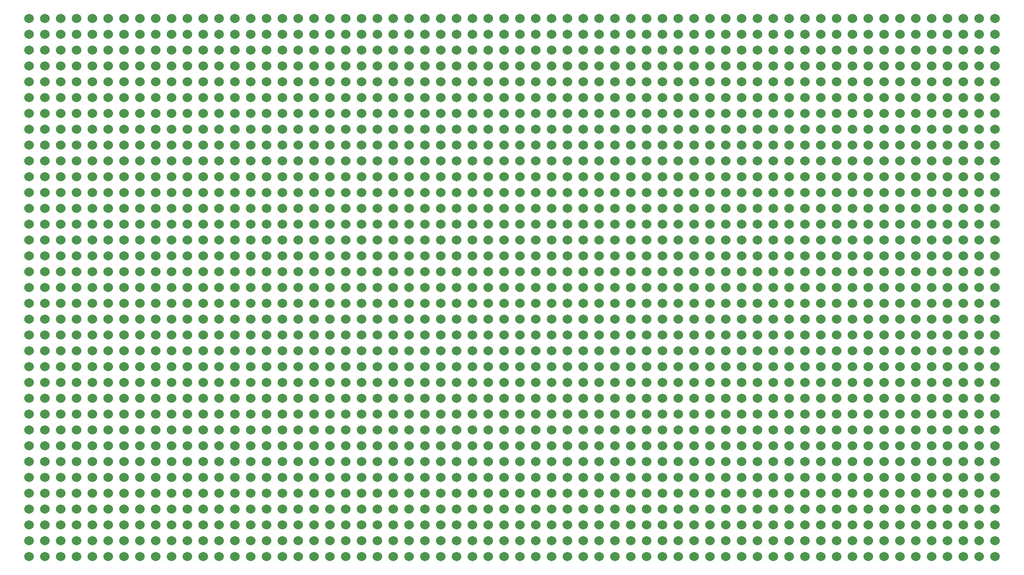
<source format=gbr>
%TF.GenerationSoftware,KiCad,Pcbnew,5.1.5-1.fc31*%
%TF.CreationDate,2020-02-21T03:24:36+01:00*%
%TF.ProjectId,board-35x62-2.54mm,626f6172-642d-4333-9578-36322d322e35,1.0*%
%TF.SameCoordinates,PX37b6b20PY8404630*%
%TF.FileFunction,Copper,L2,Bot*%
%TF.FilePolarity,Positive*%
%FSLAX46Y46*%
G04 Gerber Fmt 4.6, Leading zero omitted, Abs format (unit mm)*
G04 Created by KiCad (PCBNEW 5.1.5-1.fc31) date 2020-02-21 03:24:36*
%MOMM*%
%LPD*%
G04 APERTURE LIST*
%ADD10C,1.524000*%
G04 APERTURE END LIST*
D10*
X157480000Y7620000D03*
X157480000Y10160000D03*
X157480000Y12700000D03*
X157480000Y15240000D03*
X157480000Y17780000D03*
X157480000Y20320000D03*
X157480000Y22860000D03*
X157480000Y25400000D03*
X157480000Y27940000D03*
X157480000Y30480000D03*
X157480000Y33020000D03*
X157480000Y35560000D03*
X157480000Y38100000D03*
X157480000Y40640000D03*
X157480000Y43180000D03*
X157480000Y45720000D03*
X157480000Y48260000D03*
X157480000Y50800000D03*
X157480000Y53340000D03*
X157480000Y55880000D03*
X157480000Y58420000D03*
X157480000Y60960000D03*
X157480000Y63500000D03*
X157480000Y66040000D03*
X157480000Y68580000D03*
X157480000Y71120000D03*
X157480000Y73660000D03*
X157480000Y76200000D03*
X157480000Y78740000D03*
X157480000Y81280000D03*
X157480000Y83820000D03*
X157480000Y86360000D03*
X157480000Y88900000D03*
X157480000Y91440000D03*
X157480000Y93980000D03*
X154940000Y7620000D03*
X154940000Y10160000D03*
X154940000Y12700000D03*
X154940000Y15240000D03*
X154940000Y17780000D03*
X154940000Y20320000D03*
X154940000Y22860000D03*
X154940000Y25400000D03*
X154940000Y27940000D03*
X154940000Y30480000D03*
X154940000Y33020000D03*
X154940000Y35560000D03*
X154940000Y38100000D03*
X154940000Y40640000D03*
X154940000Y43180000D03*
X154940000Y45720000D03*
X154940000Y48260000D03*
X154940000Y50800000D03*
X154940000Y53340000D03*
X154940000Y55880000D03*
X154940000Y58420000D03*
X154940000Y60960000D03*
X154940000Y63500000D03*
X154940000Y66040000D03*
X154940000Y68580000D03*
X154940000Y71120000D03*
X154940000Y73660000D03*
X154940000Y76200000D03*
X154940000Y78740000D03*
X154940000Y81280000D03*
X154940000Y83820000D03*
X154940000Y86360000D03*
X154940000Y88900000D03*
X154940000Y91440000D03*
X154940000Y93980000D03*
X152400000Y7620000D03*
X152400000Y10160000D03*
X152400000Y12700000D03*
X152400000Y15240000D03*
X152400000Y17780000D03*
X152400000Y20320000D03*
X152400000Y22860000D03*
X152400000Y25400000D03*
X152400000Y27940000D03*
X152400000Y30480000D03*
X152400000Y33020000D03*
X152400000Y35560000D03*
X152400000Y38100000D03*
X152400000Y40640000D03*
X152400000Y43180000D03*
X152400000Y45720000D03*
X152400000Y48260000D03*
X152400000Y50800000D03*
X152400000Y53340000D03*
X152400000Y55880000D03*
X152400000Y58420000D03*
X152400000Y60960000D03*
X152400000Y63500000D03*
X152400000Y66040000D03*
X152400000Y68580000D03*
X152400000Y71120000D03*
X152400000Y73660000D03*
X152400000Y76200000D03*
X152400000Y78740000D03*
X152400000Y81280000D03*
X152400000Y83820000D03*
X152400000Y86360000D03*
X152400000Y88900000D03*
X152400000Y91440000D03*
X152400000Y93980000D03*
X149860000Y7620000D03*
X149860000Y10160000D03*
X149860000Y12700000D03*
X149860000Y15240000D03*
X149860000Y17780000D03*
X149860000Y20320000D03*
X149860000Y22860000D03*
X149860000Y25400000D03*
X149860000Y27940000D03*
X149860000Y30480000D03*
X149860000Y33020000D03*
X149860000Y35560000D03*
X149860000Y38100000D03*
X149860000Y40640000D03*
X149860000Y43180000D03*
X149860000Y45720000D03*
X149860000Y48260000D03*
X149860000Y50800000D03*
X149860000Y53340000D03*
X149860000Y55880000D03*
X149860000Y58420000D03*
X149860000Y60960000D03*
X149860000Y63500000D03*
X149860000Y66040000D03*
X149860000Y68580000D03*
X149860000Y71120000D03*
X149860000Y73660000D03*
X149860000Y76200000D03*
X149860000Y78740000D03*
X149860000Y81280000D03*
X149860000Y83820000D03*
X149860000Y86360000D03*
X149860000Y88900000D03*
X149860000Y91440000D03*
X149860000Y93980000D03*
X147320000Y7620000D03*
X147320000Y10160000D03*
X147320000Y12700000D03*
X147320000Y15240000D03*
X147320000Y17780000D03*
X147320000Y20320000D03*
X147320000Y22860000D03*
X147320000Y25400000D03*
X147320000Y27940000D03*
X147320000Y30480000D03*
X147320000Y33020000D03*
X147320000Y35560000D03*
X147320000Y38100000D03*
X147320000Y40640000D03*
X147320000Y43180000D03*
X147320000Y45720000D03*
X147320000Y48260000D03*
X147320000Y50800000D03*
X147320000Y53340000D03*
X147320000Y55880000D03*
X147320000Y58420000D03*
X147320000Y60960000D03*
X147320000Y63500000D03*
X147320000Y66040000D03*
X147320000Y68580000D03*
X147320000Y71120000D03*
X147320000Y73660000D03*
X147320000Y76200000D03*
X147320000Y78740000D03*
X147320000Y81280000D03*
X147320000Y83820000D03*
X147320000Y86360000D03*
X147320000Y88900000D03*
X147320000Y91440000D03*
X147320000Y93980000D03*
X144780000Y7620000D03*
X144780000Y10160000D03*
X144780000Y12700000D03*
X144780000Y15240000D03*
X144780000Y17780000D03*
X144780000Y20320000D03*
X144780000Y22860000D03*
X144780000Y25400000D03*
X144780000Y27940000D03*
X144780000Y30480000D03*
X144780000Y33020000D03*
X144780000Y35560000D03*
X144780000Y38100000D03*
X144780000Y40640000D03*
X144780000Y43180000D03*
X144780000Y45720000D03*
X144780000Y48260000D03*
X144780000Y50800000D03*
X144780000Y53340000D03*
X144780000Y55880000D03*
X144780000Y58420000D03*
X144780000Y60960000D03*
X144780000Y63500000D03*
X144780000Y66040000D03*
X144780000Y68580000D03*
X144780000Y71120000D03*
X144780000Y73660000D03*
X144780000Y76200000D03*
X144780000Y78740000D03*
X144780000Y81280000D03*
X144780000Y83820000D03*
X144780000Y86360000D03*
X144780000Y88900000D03*
X144780000Y91440000D03*
X144780000Y93980000D03*
X142240000Y7620000D03*
X142240000Y10160000D03*
X142240000Y12700000D03*
X142240000Y15240000D03*
X142240000Y17780000D03*
X142240000Y20320000D03*
X142240000Y22860000D03*
X142240000Y25400000D03*
X142240000Y27940000D03*
X142240000Y30480000D03*
X142240000Y33020000D03*
X142240000Y35560000D03*
X142240000Y38100000D03*
X142240000Y40640000D03*
X142240000Y43180000D03*
X142240000Y45720000D03*
X142240000Y48260000D03*
X142240000Y50800000D03*
X142240000Y53340000D03*
X142240000Y55880000D03*
X142240000Y58420000D03*
X142240000Y60960000D03*
X142240000Y63500000D03*
X142240000Y66040000D03*
X142240000Y68580000D03*
X142240000Y71120000D03*
X142240000Y73660000D03*
X142240000Y76200000D03*
X142240000Y78740000D03*
X142240000Y81280000D03*
X142240000Y83820000D03*
X142240000Y86360000D03*
X142240000Y88900000D03*
X142240000Y91440000D03*
X142240000Y93980000D03*
X139700000Y7620000D03*
X139700000Y10160000D03*
X139700000Y12700000D03*
X139700000Y15240000D03*
X139700000Y17780000D03*
X139700000Y20320000D03*
X139700000Y22860000D03*
X139700000Y25400000D03*
X139700000Y27940000D03*
X139700000Y30480000D03*
X139700000Y33020000D03*
X139700000Y35560000D03*
X139700000Y38100000D03*
X139700000Y40640000D03*
X139700000Y43180000D03*
X139700000Y45720000D03*
X139700000Y48260000D03*
X139700000Y50800000D03*
X139700000Y53340000D03*
X139700000Y55880000D03*
X139700000Y58420000D03*
X139700000Y60960000D03*
X139700000Y63500000D03*
X139700000Y66040000D03*
X139700000Y68580000D03*
X139700000Y71120000D03*
X139700000Y73660000D03*
X139700000Y76200000D03*
X139700000Y78740000D03*
X139700000Y81280000D03*
X139700000Y83820000D03*
X139700000Y86360000D03*
X139700000Y88900000D03*
X139700000Y91440000D03*
X139700000Y93980000D03*
X137160000Y7620000D03*
X137160000Y10160000D03*
X137160000Y12700000D03*
X137160000Y15240000D03*
X137160000Y17780000D03*
X137160000Y20320000D03*
X137160000Y22860000D03*
X137160000Y25400000D03*
X137160000Y27940000D03*
X137160000Y30480000D03*
X137160000Y33020000D03*
X137160000Y35560000D03*
X137160000Y38100000D03*
X137160000Y40640000D03*
X137160000Y43180000D03*
X137160000Y45720000D03*
X137160000Y48260000D03*
X137160000Y50800000D03*
X137160000Y53340000D03*
X137160000Y55880000D03*
X137160000Y58420000D03*
X137160000Y60960000D03*
X137160000Y63500000D03*
X137160000Y66040000D03*
X137160000Y68580000D03*
X137160000Y71120000D03*
X137160000Y73660000D03*
X137160000Y76200000D03*
X137160000Y78740000D03*
X137160000Y81280000D03*
X137160000Y83820000D03*
X137160000Y86360000D03*
X137160000Y88900000D03*
X137160000Y91440000D03*
X137160000Y93980000D03*
X134620000Y7620000D03*
X134620000Y10160000D03*
X134620000Y12700000D03*
X134620000Y15240000D03*
X134620000Y17780000D03*
X134620000Y20320000D03*
X134620000Y22860000D03*
X134620000Y25400000D03*
X134620000Y27940000D03*
X134620000Y30480000D03*
X134620000Y33020000D03*
X134620000Y35560000D03*
X134620000Y38100000D03*
X134620000Y40640000D03*
X134620000Y43180000D03*
X134620000Y45720000D03*
X134620000Y48260000D03*
X134620000Y50800000D03*
X134620000Y53340000D03*
X134620000Y55880000D03*
X134620000Y58420000D03*
X134620000Y60960000D03*
X134620000Y63500000D03*
X134620000Y66040000D03*
X134620000Y68580000D03*
X134620000Y71120000D03*
X134620000Y73660000D03*
X134620000Y76200000D03*
X134620000Y78740000D03*
X134620000Y81280000D03*
X134620000Y83820000D03*
X134620000Y86360000D03*
X134620000Y88900000D03*
X134620000Y91440000D03*
X134620000Y93980000D03*
X132080000Y7620000D03*
X132080000Y10160000D03*
X132080000Y12700000D03*
X132080000Y15240000D03*
X132080000Y17780000D03*
X132080000Y20320000D03*
X132080000Y22860000D03*
X132080000Y25400000D03*
X132080000Y27940000D03*
X132080000Y30480000D03*
X132080000Y33020000D03*
X132080000Y35560000D03*
X132080000Y38100000D03*
X132080000Y40640000D03*
X132080000Y43180000D03*
X132080000Y45720000D03*
X132080000Y48260000D03*
X132080000Y50800000D03*
X132080000Y53340000D03*
X132080000Y55880000D03*
X132080000Y58420000D03*
X132080000Y60960000D03*
X132080000Y63500000D03*
X132080000Y66040000D03*
X132080000Y68580000D03*
X132080000Y71120000D03*
X132080000Y73660000D03*
X132080000Y76200000D03*
X132080000Y78740000D03*
X132080000Y81280000D03*
X132080000Y83820000D03*
X132080000Y86360000D03*
X132080000Y88900000D03*
X132080000Y91440000D03*
X132080000Y93980000D03*
X129540000Y7620000D03*
X129540000Y10160000D03*
X129540000Y12700000D03*
X129540000Y15240000D03*
X129540000Y17780000D03*
X129540000Y20320000D03*
X129540000Y22860000D03*
X129540000Y25400000D03*
X129540000Y27940000D03*
X129540000Y30480000D03*
X129540000Y33020000D03*
X129540000Y35560000D03*
X129540000Y38100000D03*
X129540000Y40640000D03*
X129540000Y43180000D03*
X129540000Y45720000D03*
X129540000Y48260000D03*
X129540000Y50800000D03*
X129540000Y53340000D03*
X129540000Y55880000D03*
X129540000Y58420000D03*
X129540000Y60960000D03*
X129540000Y63500000D03*
X129540000Y66040000D03*
X129540000Y68580000D03*
X129540000Y71120000D03*
X129540000Y73660000D03*
X129540000Y76200000D03*
X129540000Y78740000D03*
X129540000Y81280000D03*
X129540000Y83820000D03*
X129540000Y86360000D03*
X129540000Y88900000D03*
X129540000Y91440000D03*
X129540000Y93980000D03*
X127000000Y7620000D03*
X127000000Y10160000D03*
X127000000Y12700000D03*
X127000000Y15240000D03*
X127000000Y17780000D03*
X127000000Y20320000D03*
X127000000Y22860000D03*
X127000000Y25400000D03*
X127000000Y27940000D03*
X127000000Y30480000D03*
X127000000Y33020000D03*
X127000000Y35560000D03*
X127000000Y38100000D03*
X127000000Y40640000D03*
X127000000Y43180000D03*
X127000000Y45720000D03*
X127000000Y48260000D03*
X127000000Y50800000D03*
X127000000Y53340000D03*
X127000000Y55880000D03*
X127000000Y58420000D03*
X127000000Y60960000D03*
X127000000Y63500000D03*
X127000000Y66040000D03*
X127000000Y68580000D03*
X127000000Y71120000D03*
X127000000Y73660000D03*
X127000000Y76200000D03*
X127000000Y78740000D03*
X127000000Y81280000D03*
X127000000Y83820000D03*
X127000000Y86360000D03*
X127000000Y88900000D03*
X127000000Y91440000D03*
X127000000Y93980000D03*
X124460000Y7620000D03*
X124460000Y10160000D03*
X124460000Y12700000D03*
X124460000Y15240000D03*
X124460000Y17780000D03*
X124460000Y20320000D03*
X124460000Y22860000D03*
X124460000Y25400000D03*
X124460000Y27940000D03*
X124460000Y30480000D03*
X124460000Y33020000D03*
X124460000Y35560000D03*
X124460000Y38100000D03*
X124460000Y40640000D03*
X124460000Y43180000D03*
X124460000Y45720000D03*
X124460000Y48260000D03*
X124460000Y50800000D03*
X124460000Y53340000D03*
X124460000Y55880000D03*
X124460000Y58420000D03*
X124460000Y60960000D03*
X124460000Y63500000D03*
X124460000Y66040000D03*
X124460000Y68580000D03*
X124460000Y71120000D03*
X124460000Y73660000D03*
X124460000Y76200000D03*
X124460000Y78740000D03*
X124460000Y81280000D03*
X124460000Y83820000D03*
X124460000Y86360000D03*
X124460000Y88900000D03*
X124460000Y91440000D03*
X124460000Y93980000D03*
X121920000Y7620000D03*
X121920000Y10160000D03*
X121920000Y12700000D03*
X121920000Y15240000D03*
X121920000Y17780000D03*
X121920000Y20320000D03*
X121920000Y22860000D03*
X121920000Y25400000D03*
X121920000Y27940000D03*
X121920000Y30480000D03*
X121920000Y33020000D03*
X121920000Y35560000D03*
X121920000Y38100000D03*
X121920000Y40640000D03*
X121920000Y43180000D03*
X121920000Y45720000D03*
X121920000Y48260000D03*
X121920000Y50800000D03*
X121920000Y53340000D03*
X121920000Y55880000D03*
X121920000Y58420000D03*
X121920000Y60960000D03*
X121920000Y63500000D03*
X121920000Y66040000D03*
X121920000Y68580000D03*
X121920000Y71120000D03*
X121920000Y73660000D03*
X121920000Y76200000D03*
X121920000Y78740000D03*
X121920000Y81280000D03*
X121920000Y83820000D03*
X121920000Y86360000D03*
X121920000Y88900000D03*
X121920000Y91440000D03*
X121920000Y93980000D03*
X119380000Y7620000D03*
X119380000Y10160000D03*
X119380000Y12700000D03*
X119380000Y15240000D03*
X119380000Y17780000D03*
X119380000Y20320000D03*
X119380000Y22860000D03*
X119380000Y25400000D03*
X119380000Y27940000D03*
X119380000Y30480000D03*
X119380000Y33020000D03*
X119380000Y35560000D03*
X119380000Y38100000D03*
X119380000Y40640000D03*
X119380000Y43180000D03*
X119380000Y45720000D03*
X119380000Y48260000D03*
X119380000Y50800000D03*
X119380000Y53340000D03*
X119380000Y55880000D03*
X119380000Y58420000D03*
X119380000Y60960000D03*
X119380000Y63500000D03*
X119380000Y66040000D03*
X119380000Y68580000D03*
X119380000Y71120000D03*
X119380000Y73660000D03*
X119380000Y76200000D03*
X119380000Y78740000D03*
X119380000Y81280000D03*
X119380000Y83820000D03*
X119380000Y86360000D03*
X119380000Y88900000D03*
X119380000Y91440000D03*
X119380000Y93980000D03*
X116840000Y7620000D03*
X116840000Y10160000D03*
X116840000Y12700000D03*
X116840000Y15240000D03*
X116840000Y17780000D03*
X116840000Y20320000D03*
X116840000Y22860000D03*
X116840000Y25400000D03*
X116840000Y27940000D03*
X116840000Y30480000D03*
X116840000Y33020000D03*
X116840000Y35560000D03*
X116840000Y38100000D03*
X116840000Y40640000D03*
X116840000Y43180000D03*
X116840000Y45720000D03*
X116840000Y48260000D03*
X116840000Y50800000D03*
X116840000Y53340000D03*
X116840000Y55880000D03*
X116840000Y58420000D03*
X116840000Y60960000D03*
X116840000Y63500000D03*
X116840000Y66040000D03*
X116840000Y68580000D03*
X116840000Y71120000D03*
X116840000Y73660000D03*
X116840000Y76200000D03*
X116840000Y78740000D03*
X116840000Y81280000D03*
X116840000Y83820000D03*
X116840000Y86360000D03*
X116840000Y88900000D03*
X116840000Y91440000D03*
X116840000Y93980000D03*
X114300000Y7620000D03*
X114300000Y10160000D03*
X114300000Y12700000D03*
X114300000Y15240000D03*
X114300000Y17780000D03*
X114300000Y20320000D03*
X114300000Y22860000D03*
X114300000Y25400000D03*
X114300000Y27940000D03*
X114300000Y30480000D03*
X114300000Y33020000D03*
X114300000Y35560000D03*
X114300000Y38100000D03*
X114300000Y40640000D03*
X114300000Y43180000D03*
X114300000Y45720000D03*
X114300000Y48260000D03*
X114300000Y50800000D03*
X114300000Y53340000D03*
X114300000Y55880000D03*
X114300000Y58420000D03*
X114300000Y60960000D03*
X114300000Y63500000D03*
X114300000Y66040000D03*
X114300000Y68580000D03*
X114300000Y71120000D03*
X114300000Y73660000D03*
X114300000Y76200000D03*
X114300000Y78740000D03*
X114300000Y81280000D03*
X114300000Y83820000D03*
X114300000Y86360000D03*
X114300000Y88900000D03*
X114300000Y91440000D03*
X114300000Y93980000D03*
X111760000Y7620000D03*
X111760000Y10160000D03*
X111760000Y12700000D03*
X111760000Y15240000D03*
X111760000Y17780000D03*
X111760000Y20320000D03*
X111760000Y22860000D03*
X111760000Y25400000D03*
X111760000Y27940000D03*
X111760000Y30480000D03*
X111760000Y33020000D03*
X111760000Y35560000D03*
X111760000Y38100000D03*
X111760000Y40640000D03*
X111760000Y43180000D03*
X111760000Y45720000D03*
X111760000Y48260000D03*
X111760000Y50800000D03*
X111760000Y53340000D03*
X111760000Y55880000D03*
X111760000Y58420000D03*
X111760000Y60960000D03*
X111760000Y63500000D03*
X111760000Y66040000D03*
X111760000Y68580000D03*
X111760000Y71120000D03*
X111760000Y73660000D03*
X111760000Y76200000D03*
X111760000Y78740000D03*
X111760000Y81280000D03*
X111760000Y83820000D03*
X111760000Y86360000D03*
X111760000Y88900000D03*
X111760000Y91440000D03*
X111760000Y93980000D03*
X109220000Y7620000D03*
X109220000Y10160000D03*
X109220000Y12700000D03*
X109220000Y15240000D03*
X109220000Y17780000D03*
X109220000Y20320000D03*
X109220000Y22860000D03*
X109220000Y25400000D03*
X109220000Y27940000D03*
X109220000Y30480000D03*
X109220000Y33020000D03*
X109220000Y35560000D03*
X109220000Y38100000D03*
X109220000Y40640000D03*
X109220000Y43180000D03*
X109220000Y45720000D03*
X109220000Y48260000D03*
X109220000Y50800000D03*
X109220000Y53340000D03*
X109220000Y55880000D03*
X109220000Y58420000D03*
X109220000Y60960000D03*
X109220000Y63500000D03*
X109220000Y66040000D03*
X109220000Y68580000D03*
X109220000Y71120000D03*
X109220000Y73660000D03*
X109220000Y76200000D03*
X109220000Y78740000D03*
X109220000Y81280000D03*
X109220000Y83820000D03*
X109220000Y86360000D03*
X109220000Y88900000D03*
X109220000Y91440000D03*
X109220000Y93980000D03*
X106680000Y7620000D03*
X106680000Y10160000D03*
X106680000Y12700000D03*
X106680000Y15240000D03*
X106680000Y17780000D03*
X106680000Y20320000D03*
X106680000Y22860000D03*
X106680000Y25400000D03*
X106680000Y27940000D03*
X106680000Y30480000D03*
X106680000Y33020000D03*
X106680000Y35560000D03*
X106680000Y38100000D03*
X106680000Y40640000D03*
X106680000Y43180000D03*
X106680000Y45720000D03*
X106680000Y48260000D03*
X106680000Y50800000D03*
X106680000Y53340000D03*
X106680000Y55880000D03*
X106680000Y58420000D03*
X106680000Y60960000D03*
X106680000Y63500000D03*
X106680000Y66040000D03*
X106680000Y68580000D03*
X106680000Y71120000D03*
X106680000Y73660000D03*
X106680000Y76200000D03*
X106680000Y78740000D03*
X106680000Y81280000D03*
X106680000Y83820000D03*
X106680000Y86360000D03*
X106680000Y88900000D03*
X106680000Y91440000D03*
X106680000Y93980000D03*
X104140000Y7620000D03*
X104140000Y10160000D03*
X104140000Y12700000D03*
X104140000Y15240000D03*
X104140000Y17780000D03*
X104140000Y20320000D03*
X104140000Y22860000D03*
X104140000Y25400000D03*
X104140000Y27940000D03*
X104140000Y30480000D03*
X104140000Y33020000D03*
X104140000Y35560000D03*
X104140000Y38100000D03*
X104140000Y40640000D03*
X104140000Y43180000D03*
X104140000Y45720000D03*
X104140000Y48260000D03*
X104140000Y50800000D03*
X104140000Y53340000D03*
X104140000Y55880000D03*
X104140000Y58420000D03*
X104140000Y60960000D03*
X104140000Y63500000D03*
X104140000Y66040000D03*
X104140000Y68580000D03*
X104140000Y71120000D03*
X104140000Y73660000D03*
X104140000Y76200000D03*
X104140000Y78740000D03*
X104140000Y81280000D03*
X104140000Y83820000D03*
X104140000Y86360000D03*
X104140000Y88900000D03*
X104140000Y91440000D03*
X104140000Y93980000D03*
X101600000Y7620000D03*
X101600000Y10160000D03*
X101600000Y12700000D03*
X101600000Y15240000D03*
X101600000Y17780000D03*
X101600000Y20320000D03*
X101600000Y22860000D03*
X101600000Y25400000D03*
X101600000Y27940000D03*
X101600000Y30480000D03*
X101600000Y33020000D03*
X101600000Y35560000D03*
X101600000Y38100000D03*
X101600000Y40640000D03*
X101600000Y43180000D03*
X101600000Y45720000D03*
X101600000Y48260000D03*
X101600000Y50800000D03*
X101600000Y53340000D03*
X101600000Y55880000D03*
X101600000Y58420000D03*
X101600000Y60960000D03*
X101600000Y63500000D03*
X101600000Y66040000D03*
X101600000Y68580000D03*
X101600000Y71120000D03*
X101600000Y73660000D03*
X101600000Y76200000D03*
X101600000Y78740000D03*
X101600000Y81280000D03*
X101600000Y83820000D03*
X101600000Y86360000D03*
X101600000Y88900000D03*
X101600000Y91440000D03*
X101600000Y93980000D03*
X99060000Y7620000D03*
X99060000Y10160000D03*
X99060000Y12700000D03*
X99060000Y15240000D03*
X99060000Y17780000D03*
X99060000Y20320000D03*
X99060000Y22860000D03*
X99060000Y25400000D03*
X99060000Y27940000D03*
X99060000Y30480000D03*
X99060000Y33020000D03*
X99060000Y35560000D03*
X99060000Y38100000D03*
X99060000Y40640000D03*
X99060000Y43180000D03*
X99060000Y45720000D03*
X99060000Y48260000D03*
X99060000Y50800000D03*
X99060000Y53340000D03*
X99060000Y55880000D03*
X99060000Y58420000D03*
X99060000Y60960000D03*
X99060000Y63500000D03*
X99060000Y66040000D03*
X99060000Y68580000D03*
X99060000Y71120000D03*
X99060000Y73660000D03*
X99060000Y76200000D03*
X99060000Y78740000D03*
X99060000Y81280000D03*
X99060000Y83820000D03*
X99060000Y86360000D03*
X99060000Y88900000D03*
X99060000Y91440000D03*
X99060000Y93980000D03*
X96520000Y7620000D03*
X96520000Y10160000D03*
X96520000Y12700000D03*
X96520000Y15240000D03*
X96520000Y17780000D03*
X96520000Y20320000D03*
X96520000Y22860000D03*
X96520000Y25400000D03*
X96520000Y27940000D03*
X96520000Y30480000D03*
X96520000Y33020000D03*
X96520000Y35560000D03*
X96520000Y38100000D03*
X96520000Y40640000D03*
X96520000Y43180000D03*
X96520000Y45720000D03*
X96520000Y48260000D03*
X96520000Y50800000D03*
X96520000Y53340000D03*
X96520000Y55880000D03*
X96520000Y58420000D03*
X96520000Y60960000D03*
X96520000Y63500000D03*
X96520000Y66040000D03*
X96520000Y68580000D03*
X96520000Y71120000D03*
X96520000Y73660000D03*
X96520000Y76200000D03*
X96520000Y78740000D03*
X96520000Y81280000D03*
X96520000Y83820000D03*
X96520000Y86360000D03*
X96520000Y88900000D03*
X96520000Y91440000D03*
X96520000Y93980000D03*
X93980000Y7620000D03*
X93980000Y10160000D03*
X93980000Y12700000D03*
X93980000Y15240000D03*
X93980000Y17780000D03*
X93980000Y20320000D03*
X93980000Y22860000D03*
X93980000Y25400000D03*
X93980000Y27940000D03*
X93980000Y30480000D03*
X93980000Y33020000D03*
X93980000Y35560000D03*
X93980000Y38100000D03*
X93980000Y40640000D03*
X93980000Y43180000D03*
X93980000Y45720000D03*
X93980000Y48260000D03*
X93980000Y50800000D03*
X93980000Y53340000D03*
X93980000Y55880000D03*
X93980000Y58420000D03*
X93980000Y60960000D03*
X93980000Y63500000D03*
X93980000Y66040000D03*
X93980000Y68580000D03*
X93980000Y71120000D03*
X93980000Y73660000D03*
X93980000Y76200000D03*
X93980000Y78740000D03*
X93980000Y81280000D03*
X93980000Y83820000D03*
X93980000Y86360000D03*
X93980000Y88900000D03*
X93980000Y91440000D03*
X93980000Y93980000D03*
X91440000Y7620000D03*
X91440000Y10160000D03*
X91440000Y12700000D03*
X91440000Y15240000D03*
X91440000Y17780000D03*
X91440000Y20320000D03*
X91440000Y22860000D03*
X91440000Y25400000D03*
X91440000Y27940000D03*
X91440000Y30480000D03*
X91440000Y33020000D03*
X91440000Y35560000D03*
X91440000Y38100000D03*
X91440000Y40640000D03*
X91440000Y43180000D03*
X91440000Y45720000D03*
X91440000Y48260000D03*
X91440000Y50800000D03*
X91440000Y53340000D03*
X91440000Y55880000D03*
X91440000Y58420000D03*
X91440000Y60960000D03*
X91440000Y63500000D03*
X91440000Y66040000D03*
X91440000Y68580000D03*
X91440000Y71120000D03*
X91440000Y73660000D03*
X91440000Y76200000D03*
X91440000Y78740000D03*
X91440000Y81280000D03*
X91440000Y83820000D03*
X91440000Y86360000D03*
X91440000Y88900000D03*
X91440000Y91440000D03*
X91440000Y93980000D03*
X88900000Y7620000D03*
X88900000Y10160000D03*
X88900000Y12700000D03*
X88900000Y15240000D03*
X88900000Y17780000D03*
X88900000Y20320000D03*
X88900000Y22860000D03*
X88900000Y25400000D03*
X88900000Y27940000D03*
X88900000Y30480000D03*
X88900000Y33020000D03*
X88900000Y35560000D03*
X88900000Y38100000D03*
X88900000Y40640000D03*
X88900000Y43180000D03*
X88900000Y45720000D03*
X88900000Y48260000D03*
X88900000Y50800000D03*
X88900000Y53340000D03*
X88900000Y55880000D03*
X88900000Y58420000D03*
X88900000Y60960000D03*
X88900000Y63500000D03*
X88900000Y66040000D03*
X88900000Y68580000D03*
X88900000Y71120000D03*
X88900000Y73660000D03*
X88900000Y76200000D03*
X88900000Y78740000D03*
X88900000Y81280000D03*
X88900000Y83820000D03*
X88900000Y86360000D03*
X88900000Y88900000D03*
X88900000Y91440000D03*
X88900000Y93980000D03*
X86360000Y7620000D03*
X86360000Y10160000D03*
X86360000Y12700000D03*
X86360000Y15240000D03*
X86360000Y17780000D03*
X86360000Y20320000D03*
X86360000Y22860000D03*
X86360000Y25400000D03*
X86360000Y27940000D03*
X86360000Y30480000D03*
X86360000Y33020000D03*
X86360000Y35560000D03*
X86360000Y38100000D03*
X86360000Y40640000D03*
X86360000Y43180000D03*
X86360000Y45720000D03*
X86360000Y48260000D03*
X86360000Y50800000D03*
X86360000Y53340000D03*
X86360000Y55880000D03*
X86360000Y58420000D03*
X86360000Y60960000D03*
X86360000Y63500000D03*
X86360000Y66040000D03*
X86360000Y68580000D03*
X86360000Y71120000D03*
X86360000Y73660000D03*
X86360000Y76200000D03*
X86360000Y78740000D03*
X86360000Y81280000D03*
X86360000Y83820000D03*
X86360000Y86360000D03*
X86360000Y88900000D03*
X86360000Y91440000D03*
X86360000Y93980000D03*
X83820000Y7620000D03*
X83820000Y10160000D03*
X83820000Y12700000D03*
X83820000Y15240000D03*
X83820000Y17780000D03*
X83820000Y20320000D03*
X83820000Y22860000D03*
X83820000Y25400000D03*
X83820000Y27940000D03*
X83820000Y30480000D03*
X83820000Y33020000D03*
X83820000Y35560000D03*
X83820000Y38100000D03*
X83820000Y40640000D03*
X83820000Y43180000D03*
X83820000Y45720000D03*
X83820000Y48260000D03*
X83820000Y50800000D03*
X83820000Y53340000D03*
X83820000Y55880000D03*
X83820000Y58420000D03*
X83820000Y60960000D03*
X83820000Y63500000D03*
X83820000Y66040000D03*
X83820000Y68580000D03*
X83820000Y71120000D03*
X83820000Y73660000D03*
X83820000Y76200000D03*
X83820000Y78740000D03*
X83820000Y81280000D03*
X83820000Y83820000D03*
X83820000Y86360000D03*
X83820000Y88900000D03*
X83820000Y91440000D03*
X83820000Y93980000D03*
X81280000Y7620000D03*
X81280000Y10160000D03*
X81280000Y12700000D03*
X81280000Y15240000D03*
X81280000Y17780000D03*
X81280000Y20320000D03*
X81280000Y22860000D03*
X81280000Y25400000D03*
X81280000Y27940000D03*
X81280000Y30480000D03*
X81280000Y33020000D03*
X81280000Y35560000D03*
X81280000Y38100000D03*
X81280000Y40640000D03*
X81280000Y43180000D03*
X81280000Y45720000D03*
X81280000Y48260000D03*
X81280000Y50800000D03*
X81280000Y53340000D03*
X81280000Y55880000D03*
X81280000Y58420000D03*
X81280000Y60960000D03*
X81280000Y63500000D03*
X81280000Y66040000D03*
X81280000Y68580000D03*
X81280000Y71120000D03*
X81280000Y73660000D03*
X81280000Y76200000D03*
X81280000Y78740000D03*
X81280000Y81280000D03*
X81280000Y83820000D03*
X81280000Y86360000D03*
X81280000Y88900000D03*
X81280000Y91440000D03*
X81280000Y93980000D03*
X78740000Y7620000D03*
X78740000Y10160000D03*
X78740000Y12700000D03*
X78740000Y15240000D03*
X78740000Y17780000D03*
X78740000Y20320000D03*
X78740000Y22860000D03*
X78740000Y25400000D03*
X78740000Y27940000D03*
X78740000Y30480000D03*
X78740000Y33020000D03*
X78740000Y35560000D03*
X78740000Y38100000D03*
X78740000Y40640000D03*
X78740000Y43180000D03*
X78740000Y45720000D03*
X78740000Y48260000D03*
X78740000Y50800000D03*
X78740000Y53340000D03*
X78740000Y55880000D03*
X78740000Y58420000D03*
X78740000Y60960000D03*
X78740000Y63500000D03*
X78740000Y66040000D03*
X78740000Y68580000D03*
X78740000Y71120000D03*
X78740000Y73660000D03*
X78740000Y76200000D03*
X78740000Y78740000D03*
X78740000Y81280000D03*
X78740000Y83820000D03*
X78740000Y86360000D03*
X78740000Y88900000D03*
X78740000Y91440000D03*
X78740000Y93980000D03*
X76200000Y7620000D03*
X76200000Y10160000D03*
X76200000Y12700000D03*
X76200000Y15240000D03*
X76200000Y17780000D03*
X76200000Y20320000D03*
X76200000Y22860000D03*
X76200000Y25400000D03*
X76200000Y27940000D03*
X76200000Y30480000D03*
X76200000Y33020000D03*
X76200000Y35560000D03*
X76200000Y38100000D03*
X76200000Y40640000D03*
X76200000Y43180000D03*
X76200000Y45720000D03*
X76200000Y48260000D03*
X76200000Y50800000D03*
X76200000Y53340000D03*
X76200000Y55880000D03*
X76200000Y58420000D03*
X76200000Y60960000D03*
X76200000Y63500000D03*
X76200000Y66040000D03*
X76200000Y68580000D03*
X76200000Y71120000D03*
X76200000Y73660000D03*
X76200000Y76200000D03*
X76200000Y78740000D03*
X76200000Y81280000D03*
X76200000Y83820000D03*
X76200000Y86360000D03*
X76200000Y88900000D03*
X76200000Y91440000D03*
X76200000Y93980000D03*
X73660000Y7620000D03*
X73660000Y10160000D03*
X73660000Y12700000D03*
X73660000Y15240000D03*
X73660000Y17780000D03*
X73660000Y20320000D03*
X73660000Y22860000D03*
X73660000Y25400000D03*
X73660000Y27940000D03*
X73660000Y30480000D03*
X73660000Y33020000D03*
X73660000Y35560000D03*
X73660000Y38100000D03*
X73660000Y40640000D03*
X73660000Y43180000D03*
X73660000Y45720000D03*
X73660000Y48260000D03*
X73660000Y50800000D03*
X73660000Y53340000D03*
X73660000Y55880000D03*
X73660000Y58420000D03*
X73660000Y60960000D03*
X73660000Y63500000D03*
X73660000Y66040000D03*
X73660000Y68580000D03*
X73660000Y71120000D03*
X73660000Y73660000D03*
X73660000Y76200000D03*
X73660000Y78740000D03*
X73660000Y81280000D03*
X73660000Y83820000D03*
X73660000Y86360000D03*
X73660000Y88900000D03*
X73660000Y91440000D03*
X73660000Y93980000D03*
X71120000Y7620000D03*
X71120000Y10160000D03*
X71120000Y12700000D03*
X71120000Y15240000D03*
X71120000Y17780000D03*
X71120000Y20320000D03*
X71120000Y22860000D03*
X71120000Y25400000D03*
X71120000Y27940000D03*
X71120000Y30480000D03*
X71120000Y33020000D03*
X71120000Y35560000D03*
X71120000Y38100000D03*
X71120000Y40640000D03*
X71120000Y43180000D03*
X71120000Y45720000D03*
X71120000Y48260000D03*
X71120000Y50800000D03*
X71120000Y53340000D03*
X71120000Y55880000D03*
X71120000Y58420000D03*
X71120000Y60960000D03*
X71120000Y63500000D03*
X71120000Y66040000D03*
X71120000Y68580000D03*
X71120000Y71120000D03*
X71120000Y73660000D03*
X71120000Y76200000D03*
X71120000Y78740000D03*
X71120000Y81280000D03*
X71120000Y83820000D03*
X71120000Y86360000D03*
X71120000Y88900000D03*
X71120000Y91440000D03*
X71120000Y93980000D03*
X68580000Y7620000D03*
X68580000Y10160000D03*
X68580000Y12700000D03*
X68580000Y15240000D03*
X68580000Y17780000D03*
X68580000Y20320000D03*
X68580000Y22860000D03*
X68580000Y25400000D03*
X68580000Y27940000D03*
X68580000Y30480000D03*
X68580000Y33020000D03*
X68580000Y35560000D03*
X68580000Y38100000D03*
X68580000Y40640000D03*
X68580000Y43180000D03*
X68580000Y45720000D03*
X68580000Y48260000D03*
X68580000Y50800000D03*
X68580000Y53340000D03*
X68580000Y55880000D03*
X68580000Y58420000D03*
X68580000Y60960000D03*
X68580000Y63500000D03*
X68580000Y66040000D03*
X68580000Y68580000D03*
X68580000Y71120000D03*
X68580000Y73660000D03*
X68580000Y76200000D03*
X68580000Y78740000D03*
X68580000Y81280000D03*
X68580000Y83820000D03*
X68580000Y86360000D03*
X68580000Y88900000D03*
X68580000Y91440000D03*
X68580000Y93980000D03*
X66040000Y7620000D03*
X66040000Y10160000D03*
X66040000Y12700000D03*
X66040000Y15240000D03*
X66040000Y17780000D03*
X66040000Y20320000D03*
X66040000Y22860000D03*
X66040000Y25400000D03*
X66040000Y27940000D03*
X66040000Y30480000D03*
X66040000Y33020000D03*
X66040000Y35560000D03*
X66040000Y38100000D03*
X66040000Y40640000D03*
X66040000Y43180000D03*
X66040000Y45720000D03*
X66040000Y48260000D03*
X66040000Y50800000D03*
X66040000Y53340000D03*
X66040000Y55880000D03*
X66040000Y58420000D03*
X66040000Y60960000D03*
X66040000Y63500000D03*
X66040000Y66040000D03*
X66040000Y68580000D03*
X66040000Y71120000D03*
X66040000Y73660000D03*
X66040000Y76200000D03*
X66040000Y78740000D03*
X66040000Y81280000D03*
X66040000Y83820000D03*
X66040000Y86360000D03*
X66040000Y88900000D03*
X66040000Y91440000D03*
X66040000Y93980000D03*
X63500000Y7620000D03*
X63500000Y10160000D03*
X63500000Y12700000D03*
X63500000Y15240000D03*
X63500000Y17780000D03*
X63500000Y20320000D03*
X63500000Y22860000D03*
X63500000Y25400000D03*
X63500000Y27940000D03*
X63500000Y30480000D03*
X63500000Y33020000D03*
X63500000Y35560000D03*
X63500000Y38100000D03*
X63500000Y40640000D03*
X63500000Y43180000D03*
X63500000Y45720000D03*
X63500000Y48260000D03*
X63500000Y50800000D03*
X63500000Y53340000D03*
X63500000Y55880000D03*
X63500000Y58420000D03*
X63500000Y60960000D03*
X63500000Y63500000D03*
X63500000Y66040000D03*
X63500000Y68580000D03*
X63500000Y71120000D03*
X63500000Y73660000D03*
X63500000Y76200000D03*
X63500000Y78740000D03*
X63500000Y81280000D03*
X63500000Y83820000D03*
X63500000Y86360000D03*
X63500000Y88900000D03*
X63500000Y91440000D03*
X63500000Y93980000D03*
X60960000Y7620000D03*
X60960000Y10160000D03*
X60960000Y12700000D03*
X60960000Y15240000D03*
X60960000Y17780000D03*
X60960000Y20320000D03*
X60960000Y22860000D03*
X60960000Y25400000D03*
X60960000Y27940000D03*
X60960000Y30480000D03*
X60960000Y33020000D03*
X60960000Y35560000D03*
X60960000Y38100000D03*
X60960000Y40640000D03*
X60960000Y43180000D03*
X60960000Y45720000D03*
X60960000Y48260000D03*
X60960000Y50800000D03*
X60960000Y53340000D03*
X60960000Y55880000D03*
X60960000Y58420000D03*
X60960000Y60960000D03*
X60960000Y63500000D03*
X60960000Y66040000D03*
X60960000Y68580000D03*
X60960000Y71120000D03*
X60960000Y73660000D03*
X60960000Y76200000D03*
X60960000Y78740000D03*
X60960000Y81280000D03*
X60960000Y83820000D03*
X60960000Y86360000D03*
X60960000Y88900000D03*
X60960000Y91440000D03*
X60960000Y93980000D03*
X58420000Y7620000D03*
X58420000Y10160000D03*
X58420000Y12700000D03*
X58420000Y15240000D03*
X58420000Y17780000D03*
X58420000Y20320000D03*
X58420000Y22860000D03*
X58420000Y25400000D03*
X58420000Y27940000D03*
X58420000Y30480000D03*
X58420000Y33020000D03*
X58420000Y35560000D03*
X58420000Y38100000D03*
X58420000Y40640000D03*
X58420000Y43180000D03*
X58420000Y45720000D03*
X58420000Y48260000D03*
X58420000Y50800000D03*
X58420000Y53340000D03*
X58420000Y55880000D03*
X58420000Y58420000D03*
X58420000Y60960000D03*
X58420000Y63500000D03*
X58420000Y66040000D03*
X58420000Y68580000D03*
X58420000Y71120000D03*
X58420000Y73660000D03*
X58420000Y76200000D03*
X58420000Y78740000D03*
X58420000Y81280000D03*
X58420000Y83820000D03*
X58420000Y86360000D03*
X58420000Y88900000D03*
X58420000Y91440000D03*
X58420000Y93980000D03*
X55880000Y7620000D03*
X55880000Y10160000D03*
X55880000Y12700000D03*
X55880000Y15240000D03*
X55880000Y17780000D03*
X55880000Y20320000D03*
X55880000Y22860000D03*
X55880000Y25400000D03*
X55880000Y27940000D03*
X55880000Y30480000D03*
X55880000Y33020000D03*
X55880000Y35560000D03*
X55880000Y38100000D03*
X55880000Y40640000D03*
X55880000Y43180000D03*
X55880000Y45720000D03*
X55880000Y48260000D03*
X55880000Y50800000D03*
X55880000Y53340000D03*
X55880000Y55880000D03*
X55880000Y58420000D03*
X55880000Y60960000D03*
X55880000Y63500000D03*
X55880000Y66040000D03*
X55880000Y68580000D03*
X55880000Y71120000D03*
X55880000Y73660000D03*
X55880000Y76200000D03*
X55880000Y78740000D03*
X55880000Y81280000D03*
X55880000Y83820000D03*
X55880000Y86360000D03*
X55880000Y88900000D03*
X55880000Y91440000D03*
X55880000Y93980000D03*
X53340000Y7620000D03*
X53340000Y10160000D03*
X53340000Y12700000D03*
X53340000Y15240000D03*
X53340000Y17780000D03*
X53340000Y20320000D03*
X53340000Y22860000D03*
X53340000Y25400000D03*
X53340000Y27940000D03*
X53340000Y30480000D03*
X53340000Y33020000D03*
X53340000Y35560000D03*
X53340000Y38100000D03*
X53340000Y40640000D03*
X53340000Y43180000D03*
X53340000Y45720000D03*
X53340000Y48260000D03*
X53340000Y50800000D03*
X53340000Y53340000D03*
X53340000Y55880000D03*
X53340000Y58420000D03*
X53340000Y60960000D03*
X53340000Y63500000D03*
X53340000Y66040000D03*
X53340000Y68580000D03*
X53340000Y71120000D03*
X53340000Y73660000D03*
X53340000Y76200000D03*
X53340000Y78740000D03*
X53340000Y81280000D03*
X53340000Y83820000D03*
X53340000Y86360000D03*
X53340000Y88900000D03*
X53340000Y91440000D03*
X53340000Y93980000D03*
X50800000Y7620000D03*
X50800000Y10160000D03*
X50800000Y12700000D03*
X50800000Y15240000D03*
X50800000Y17780000D03*
X50800000Y20320000D03*
X50800000Y22860000D03*
X50800000Y25400000D03*
X50800000Y27940000D03*
X50800000Y30480000D03*
X50800000Y33020000D03*
X50800000Y35560000D03*
X50800000Y38100000D03*
X50800000Y40640000D03*
X50800000Y43180000D03*
X50800000Y45720000D03*
X50800000Y48260000D03*
X50800000Y50800000D03*
X50800000Y53340000D03*
X50800000Y55880000D03*
X50800000Y58420000D03*
X50800000Y60960000D03*
X50800000Y63500000D03*
X50800000Y66040000D03*
X50800000Y68580000D03*
X50800000Y71120000D03*
X50800000Y73660000D03*
X50800000Y76200000D03*
X50800000Y78740000D03*
X50800000Y81280000D03*
X50800000Y83820000D03*
X50800000Y86360000D03*
X50800000Y88900000D03*
X50800000Y91440000D03*
X50800000Y93980000D03*
X48260000Y7620000D03*
X48260000Y10160000D03*
X48260000Y12700000D03*
X48260000Y15240000D03*
X48260000Y17780000D03*
X48260000Y20320000D03*
X48260000Y22860000D03*
X48260000Y25400000D03*
X48260000Y27940000D03*
X48260000Y30480000D03*
X48260000Y33020000D03*
X48260000Y35560000D03*
X48260000Y38100000D03*
X48260000Y40640000D03*
X48260000Y43180000D03*
X48260000Y45720000D03*
X48260000Y48260000D03*
X48260000Y50800000D03*
X48260000Y53340000D03*
X48260000Y55880000D03*
X48260000Y58420000D03*
X48260000Y60960000D03*
X48260000Y63500000D03*
X48260000Y66040000D03*
X48260000Y68580000D03*
X48260000Y71120000D03*
X48260000Y73660000D03*
X48260000Y76200000D03*
X48260000Y78740000D03*
X48260000Y81280000D03*
X48260000Y83820000D03*
X48260000Y86360000D03*
X48260000Y88900000D03*
X48260000Y91440000D03*
X48260000Y93980000D03*
X45720000Y7620000D03*
X45720000Y10160000D03*
X45720000Y12700000D03*
X45720000Y15240000D03*
X45720000Y17780000D03*
X45720000Y20320000D03*
X45720000Y22860000D03*
X45720000Y25400000D03*
X45720000Y27940000D03*
X45720000Y30480000D03*
X45720000Y33020000D03*
X45720000Y35560000D03*
X45720000Y38100000D03*
X45720000Y40640000D03*
X45720000Y43180000D03*
X45720000Y45720000D03*
X45720000Y48260000D03*
X45720000Y50800000D03*
X45720000Y53340000D03*
X45720000Y55880000D03*
X45720000Y58420000D03*
X45720000Y60960000D03*
X45720000Y63500000D03*
X45720000Y66040000D03*
X45720000Y68580000D03*
X45720000Y71120000D03*
X45720000Y73660000D03*
X45720000Y76200000D03*
X45720000Y78740000D03*
X45720000Y81280000D03*
X45720000Y83820000D03*
X45720000Y86360000D03*
X45720000Y88900000D03*
X45720000Y91440000D03*
X45720000Y93980000D03*
X43180000Y7620000D03*
X43180000Y10160000D03*
X43180000Y12700000D03*
X43180000Y15240000D03*
X43180000Y17780000D03*
X43180000Y20320000D03*
X43180000Y22860000D03*
X43180000Y25400000D03*
X43180000Y27940000D03*
X43180000Y30480000D03*
X43180000Y33020000D03*
X43180000Y35560000D03*
X43180000Y38100000D03*
X43180000Y40640000D03*
X43180000Y43180000D03*
X43180000Y45720000D03*
X43180000Y48260000D03*
X43180000Y50800000D03*
X43180000Y53340000D03*
X43180000Y55880000D03*
X43180000Y58420000D03*
X43180000Y60960000D03*
X43180000Y63500000D03*
X43180000Y66040000D03*
X43180000Y68580000D03*
X43180000Y71120000D03*
X43180000Y73660000D03*
X43180000Y76200000D03*
X43180000Y78740000D03*
X43180000Y81280000D03*
X43180000Y83820000D03*
X43180000Y86360000D03*
X43180000Y88900000D03*
X43180000Y91440000D03*
X43180000Y93980000D03*
X40640000Y7620000D03*
X40640000Y10160000D03*
X40640000Y12700000D03*
X40640000Y15240000D03*
X40640000Y17780000D03*
X40640000Y20320000D03*
X40640000Y22860000D03*
X40640000Y25400000D03*
X40640000Y27940000D03*
X40640000Y30480000D03*
X40640000Y33020000D03*
X40640000Y35560000D03*
X40640000Y38100000D03*
X40640000Y40640000D03*
X40640000Y43180000D03*
X40640000Y45720000D03*
X40640000Y48260000D03*
X40640000Y50800000D03*
X40640000Y53340000D03*
X40640000Y55880000D03*
X40640000Y58420000D03*
X40640000Y60960000D03*
X40640000Y63500000D03*
X40640000Y66040000D03*
X40640000Y68580000D03*
X40640000Y71120000D03*
X40640000Y73660000D03*
X40640000Y76200000D03*
X40640000Y78740000D03*
X40640000Y81280000D03*
X40640000Y83820000D03*
X40640000Y86360000D03*
X40640000Y88900000D03*
X40640000Y91440000D03*
X40640000Y93980000D03*
X38100000Y7620000D03*
X38100000Y10160000D03*
X38100000Y12700000D03*
X38100000Y15240000D03*
X38100000Y17780000D03*
X38100000Y20320000D03*
X38100000Y22860000D03*
X38100000Y25400000D03*
X38100000Y27940000D03*
X38100000Y30480000D03*
X38100000Y33020000D03*
X38100000Y35560000D03*
X38100000Y38100000D03*
X38100000Y40640000D03*
X38100000Y43180000D03*
X38100000Y45720000D03*
X38100000Y48260000D03*
X38100000Y50800000D03*
X38100000Y53340000D03*
X38100000Y55880000D03*
X38100000Y58420000D03*
X38100000Y60960000D03*
X38100000Y63500000D03*
X38100000Y66040000D03*
X38100000Y68580000D03*
X38100000Y71120000D03*
X38100000Y73660000D03*
X38100000Y76200000D03*
X38100000Y78740000D03*
X38100000Y81280000D03*
X38100000Y83820000D03*
X38100000Y86360000D03*
X38100000Y88900000D03*
X38100000Y91440000D03*
X38100000Y93980000D03*
X35560000Y7620000D03*
X35560000Y10160000D03*
X35560000Y12700000D03*
X35560000Y15240000D03*
X35560000Y17780000D03*
X35560000Y20320000D03*
X35560000Y22860000D03*
X35560000Y25400000D03*
X35560000Y27940000D03*
X35560000Y30480000D03*
X35560000Y33020000D03*
X35560000Y35560000D03*
X35560000Y38100000D03*
X35560000Y40640000D03*
X35560000Y43180000D03*
X35560000Y45720000D03*
X35560000Y48260000D03*
X35560000Y50800000D03*
X35560000Y53340000D03*
X35560000Y55880000D03*
X35560000Y58420000D03*
X35560000Y60960000D03*
X35560000Y63500000D03*
X35560000Y66040000D03*
X35560000Y68580000D03*
X35560000Y71120000D03*
X35560000Y73660000D03*
X35560000Y76200000D03*
X35560000Y78740000D03*
X35560000Y81280000D03*
X35560000Y83820000D03*
X35560000Y86360000D03*
X35560000Y88900000D03*
X35560000Y91440000D03*
X35560000Y93980000D03*
X33020000Y7620000D03*
X33020000Y10160000D03*
X33020000Y12700000D03*
X33020000Y15240000D03*
X33020000Y17780000D03*
X33020000Y20320000D03*
X33020000Y22860000D03*
X33020000Y25400000D03*
X33020000Y27940000D03*
X33020000Y30480000D03*
X33020000Y33020000D03*
X33020000Y35560000D03*
X33020000Y38100000D03*
X33020000Y40640000D03*
X33020000Y43180000D03*
X33020000Y45720000D03*
X33020000Y48260000D03*
X33020000Y50800000D03*
X33020000Y53340000D03*
X33020000Y55880000D03*
X33020000Y58420000D03*
X33020000Y60960000D03*
X33020000Y63500000D03*
X33020000Y66040000D03*
X33020000Y68580000D03*
X33020000Y71120000D03*
X33020000Y73660000D03*
X33020000Y76200000D03*
X33020000Y78740000D03*
X33020000Y81280000D03*
X33020000Y83820000D03*
X33020000Y86360000D03*
X33020000Y88900000D03*
X33020000Y91440000D03*
X33020000Y93980000D03*
X30480000Y7620000D03*
X30480000Y10160000D03*
X30480000Y12700000D03*
X30480000Y15240000D03*
X30480000Y17780000D03*
X30480000Y20320000D03*
X30480000Y22860000D03*
X30480000Y25400000D03*
X30480000Y27940000D03*
X30480000Y30480000D03*
X30480000Y33020000D03*
X30480000Y35560000D03*
X30480000Y38100000D03*
X30480000Y40640000D03*
X30480000Y43180000D03*
X30480000Y45720000D03*
X30480000Y48260000D03*
X30480000Y50800000D03*
X30480000Y53340000D03*
X30480000Y55880000D03*
X30480000Y58420000D03*
X30480000Y60960000D03*
X30480000Y63500000D03*
X30480000Y66040000D03*
X30480000Y68580000D03*
X30480000Y71120000D03*
X30480000Y73660000D03*
X30480000Y76200000D03*
X30480000Y78740000D03*
X30480000Y81280000D03*
X30480000Y83820000D03*
X30480000Y86360000D03*
X30480000Y88900000D03*
X30480000Y91440000D03*
X30480000Y93980000D03*
X27940000Y7620000D03*
X27940000Y10160000D03*
X27940000Y12700000D03*
X27940000Y15240000D03*
X27940000Y17780000D03*
X27940000Y20320000D03*
X27940000Y22860000D03*
X27940000Y25400000D03*
X27940000Y27940000D03*
X27940000Y30480000D03*
X27940000Y33020000D03*
X27940000Y35560000D03*
X27940000Y38100000D03*
X27940000Y40640000D03*
X27940000Y43180000D03*
X27940000Y45720000D03*
X27940000Y48260000D03*
X27940000Y50800000D03*
X27940000Y53340000D03*
X27940000Y55880000D03*
X27940000Y58420000D03*
X27940000Y60960000D03*
X27940000Y63500000D03*
X27940000Y66040000D03*
X27940000Y68580000D03*
X27940000Y71120000D03*
X27940000Y73660000D03*
X27940000Y76200000D03*
X27940000Y78740000D03*
X27940000Y81280000D03*
X27940000Y83820000D03*
X27940000Y86360000D03*
X27940000Y88900000D03*
X27940000Y91440000D03*
X27940000Y93980000D03*
X25400000Y7620000D03*
X25400000Y10160000D03*
X25400000Y12700000D03*
X25400000Y15240000D03*
X25400000Y17780000D03*
X25400000Y20320000D03*
X25400000Y22860000D03*
X25400000Y25400000D03*
X25400000Y27940000D03*
X25400000Y30480000D03*
X25400000Y33020000D03*
X25400000Y35560000D03*
X25400000Y38100000D03*
X25400000Y40640000D03*
X25400000Y43180000D03*
X25400000Y45720000D03*
X25400000Y48260000D03*
X25400000Y50800000D03*
X25400000Y53340000D03*
X25400000Y55880000D03*
X25400000Y58420000D03*
X25400000Y60960000D03*
X25400000Y63500000D03*
X25400000Y66040000D03*
X25400000Y68580000D03*
X25400000Y71120000D03*
X25400000Y73660000D03*
X25400000Y76200000D03*
X25400000Y78740000D03*
X25400000Y81280000D03*
X25400000Y83820000D03*
X25400000Y86360000D03*
X25400000Y88900000D03*
X25400000Y91440000D03*
X25400000Y93980000D03*
X22860000Y7620000D03*
X22860000Y10160000D03*
X22860000Y12700000D03*
X22860000Y15240000D03*
X22860000Y17780000D03*
X22860000Y20320000D03*
X22860000Y22860000D03*
X22860000Y25400000D03*
X22860000Y27940000D03*
X22860000Y30480000D03*
X22860000Y33020000D03*
X22860000Y35560000D03*
X22860000Y38100000D03*
X22860000Y40640000D03*
X22860000Y43180000D03*
X22860000Y45720000D03*
X22860000Y48260000D03*
X22860000Y50800000D03*
X22860000Y53340000D03*
X22860000Y55880000D03*
X22860000Y58420000D03*
X22860000Y60960000D03*
X22860000Y63500000D03*
X22860000Y66040000D03*
X22860000Y68580000D03*
X22860000Y71120000D03*
X22860000Y73660000D03*
X22860000Y76200000D03*
X22860000Y78740000D03*
X22860000Y81280000D03*
X22860000Y83820000D03*
X22860000Y86360000D03*
X22860000Y88900000D03*
X22860000Y91440000D03*
X22860000Y93980000D03*
X20320000Y7620000D03*
X20320000Y10160000D03*
X20320000Y12700000D03*
X20320000Y15240000D03*
X20320000Y17780000D03*
X20320000Y20320000D03*
X20320000Y22860000D03*
X20320000Y25400000D03*
X20320000Y27940000D03*
X20320000Y30480000D03*
X20320000Y33020000D03*
X20320000Y35560000D03*
X20320000Y38100000D03*
X20320000Y40640000D03*
X20320000Y43180000D03*
X20320000Y45720000D03*
X20320000Y48260000D03*
X20320000Y50800000D03*
X20320000Y53340000D03*
X20320000Y55880000D03*
X20320000Y58420000D03*
X20320000Y60960000D03*
X20320000Y63500000D03*
X20320000Y66040000D03*
X20320000Y68580000D03*
X20320000Y71120000D03*
X20320000Y73660000D03*
X20320000Y76200000D03*
X20320000Y78740000D03*
X20320000Y81280000D03*
X20320000Y83820000D03*
X20320000Y86360000D03*
X20320000Y88900000D03*
X20320000Y91440000D03*
X20320000Y93980000D03*
X17780000Y7620000D03*
X17780000Y10160000D03*
X17780000Y12700000D03*
X17780000Y15240000D03*
X17780000Y17780000D03*
X17780000Y20320000D03*
X17780000Y22860000D03*
X17780000Y25400000D03*
X17780000Y27940000D03*
X17780000Y30480000D03*
X17780000Y33020000D03*
X17780000Y35560000D03*
X17780000Y38100000D03*
X17780000Y40640000D03*
X17780000Y43180000D03*
X17780000Y45720000D03*
X17780000Y48260000D03*
X17780000Y50800000D03*
X17780000Y53340000D03*
X17780000Y55880000D03*
X17780000Y58420000D03*
X17780000Y60960000D03*
X17780000Y63500000D03*
X17780000Y66040000D03*
X17780000Y68580000D03*
X17780000Y71120000D03*
X17780000Y73660000D03*
X17780000Y76200000D03*
X17780000Y78740000D03*
X17780000Y81280000D03*
X17780000Y83820000D03*
X17780000Y86360000D03*
X17780000Y88900000D03*
X17780000Y91440000D03*
X17780000Y93980000D03*
X15240000Y7620000D03*
X15240000Y10160000D03*
X15240000Y12700000D03*
X15240000Y15240000D03*
X15240000Y17780000D03*
X15240000Y20320000D03*
X15240000Y22860000D03*
X15240000Y25400000D03*
X15240000Y27940000D03*
X15240000Y30480000D03*
X15240000Y33020000D03*
X15240000Y35560000D03*
X15240000Y38100000D03*
X15240000Y40640000D03*
X15240000Y43180000D03*
X15240000Y45720000D03*
X15240000Y48260000D03*
X15240000Y50800000D03*
X15240000Y53340000D03*
X15240000Y55880000D03*
X15240000Y58420000D03*
X15240000Y60960000D03*
X15240000Y63500000D03*
X15240000Y66040000D03*
X15240000Y68580000D03*
X15240000Y71120000D03*
X15240000Y73660000D03*
X15240000Y76200000D03*
X15240000Y78740000D03*
X15240000Y81280000D03*
X15240000Y83820000D03*
X15240000Y86360000D03*
X15240000Y88900000D03*
X15240000Y91440000D03*
X15240000Y93980000D03*
X12700000Y7620000D03*
X12700000Y10160000D03*
X12700000Y12700000D03*
X12700000Y15240000D03*
X12700000Y17780000D03*
X12700000Y20320000D03*
X12700000Y22860000D03*
X12700000Y25400000D03*
X12700000Y27940000D03*
X12700000Y30480000D03*
X12700000Y33020000D03*
X12700000Y35560000D03*
X12700000Y38100000D03*
X12700000Y40640000D03*
X12700000Y43180000D03*
X12700000Y45720000D03*
X12700000Y48260000D03*
X12700000Y50800000D03*
X12700000Y53340000D03*
X12700000Y55880000D03*
X12700000Y58420000D03*
X12700000Y60960000D03*
X12700000Y63500000D03*
X12700000Y66040000D03*
X12700000Y68580000D03*
X12700000Y71120000D03*
X12700000Y73660000D03*
X12700000Y76200000D03*
X12700000Y78740000D03*
X12700000Y81280000D03*
X12700000Y83820000D03*
X12700000Y86360000D03*
X12700000Y88900000D03*
X12700000Y91440000D03*
X12700000Y93980000D03*
X10160000Y7620000D03*
X10160000Y10160000D03*
X10160000Y12700000D03*
X10160000Y15240000D03*
X10160000Y17780000D03*
X10160000Y20320000D03*
X10160000Y22860000D03*
X10160000Y25400000D03*
X10160000Y27940000D03*
X10160000Y30480000D03*
X10160000Y33020000D03*
X10160000Y35560000D03*
X10160000Y38100000D03*
X10160000Y40640000D03*
X10160000Y43180000D03*
X10160000Y45720000D03*
X10160000Y48260000D03*
X10160000Y50800000D03*
X10160000Y53340000D03*
X10160000Y55880000D03*
X10160000Y58420000D03*
X10160000Y60960000D03*
X10160000Y63500000D03*
X10160000Y66040000D03*
X10160000Y68580000D03*
X10160000Y71120000D03*
X10160000Y73660000D03*
X10160000Y76200000D03*
X10160000Y78740000D03*
X10160000Y81280000D03*
X10160000Y83820000D03*
X10160000Y86360000D03*
X10160000Y88900000D03*
X10160000Y91440000D03*
X10160000Y93980000D03*
X7620000Y7620000D03*
X7620000Y10160000D03*
X7620000Y12700000D03*
X7620000Y15240000D03*
X7620000Y17780000D03*
X7620000Y20320000D03*
X7620000Y22860000D03*
X7620000Y25400000D03*
X7620000Y27940000D03*
X7620000Y30480000D03*
X7620000Y33020000D03*
X7620000Y35560000D03*
X7620000Y38100000D03*
X7620000Y40640000D03*
X7620000Y43180000D03*
X7620000Y45720000D03*
X7620000Y48260000D03*
X7620000Y50800000D03*
X7620000Y53340000D03*
X7620000Y55880000D03*
X7620000Y58420000D03*
X7620000Y60960000D03*
X7620000Y63500000D03*
X7620000Y66040000D03*
X7620000Y68580000D03*
X7620000Y71120000D03*
X7620000Y73660000D03*
X7620000Y76200000D03*
X7620000Y78740000D03*
X7620000Y81280000D03*
X7620000Y83820000D03*
X7620000Y86360000D03*
X7620000Y88900000D03*
X7620000Y91440000D03*
X7620000Y93980000D03*
X5080000Y7620000D03*
X5080000Y10160000D03*
X5080000Y12700000D03*
X5080000Y15240000D03*
X5080000Y17780000D03*
X5080000Y20320000D03*
X5080000Y22860000D03*
X5080000Y25400000D03*
X5080000Y27940000D03*
X5080000Y30480000D03*
X5080000Y33020000D03*
X5080000Y35560000D03*
X5080000Y38100000D03*
X5080000Y40640000D03*
X5080000Y43180000D03*
X5080000Y45720000D03*
X5080000Y48260000D03*
X5080000Y50800000D03*
X5080000Y53340000D03*
X5080000Y55880000D03*
X5080000Y58420000D03*
X5080000Y60960000D03*
X5080000Y63500000D03*
X5080000Y66040000D03*
X5080000Y68580000D03*
X5080000Y71120000D03*
X5080000Y73660000D03*
X5080000Y76200000D03*
X5080000Y78740000D03*
X5080000Y81280000D03*
X5080000Y83820000D03*
X5080000Y86360000D03*
X5080000Y88900000D03*
X5080000Y91440000D03*
X5080000Y93980000D03*
X2540000Y7620000D03*
X2540000Y10160000D03*
X2540000Y12700000D03*
X2540000Y15240000D03*
X2540000Y17780000D03*
X2540000Y20320000D03*
X2540000Y22860000D03*
X2540000Y25400000D03*
X2540000Y27940000D03*
X2540000Y30480000D03*
X2540000Y33020000D03*
X2540000Y35560000D03*
X2540000Y38100000D03*
X2540000Y40640000D03*
X2540000Y43180000D03*
X2540000Y45720000D03*
X2540000Y48260000D03*
X2540000Y50800000D03*
X2540000Y53340000D03*
X2540000Y55880000D03*
X2540000Y58420000D03*
X2540000Y60960000D03*
X2540000Y63500000D03*
X2540000Y66040000D03*
X2540000Y68580000D03*
X2540000Y71120000D03*
X2540000Y73660000D03*
X2540000Y76200000D03*
X2540000Y78740000D03*
X2540000Y81280000D03*
X2540000Y83820000D03*
X2540000Y86360000D03*
X2540000Y88900000D03*
X2540000Y91440000D03*
X2540000Y93980000D03*
M02*

</source>
